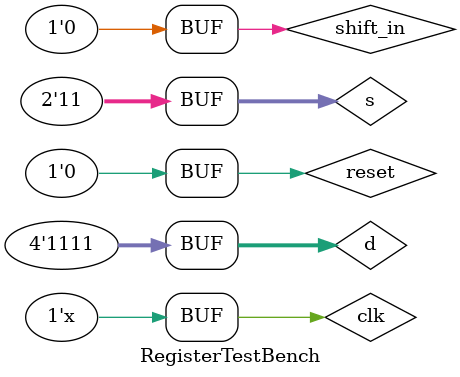
<source format=sv>
`timescale 1ns / 1ps
module RegisterTestBench();
    logic clk, reset, shift_in;
    logic [3:0] d; 
    logic [1:0] s;
    logic [3:0] q;
MRegister dut(clk,reset,shift_in,d,s,q);

initial begin
        clk = 0;
        d=4'b0111;
        shift_in = 0;
        reset = 1;
        s=2'b00;
        
        #5 reset = 0;
           
        s = 2'b01;
        d = 1111; #100; 
        
        s = 2'b10;
        d = 1001; #100;
        d = 0011; #100;
        d = 1100; #100;
        
        s = 2'b01;
        d = 1111; #100;
        
        s = 2'b11;
        d = 1001; #100;
        d = 0011; #100;
        d = 1100; #100;
        
        for(int j=0; j<16; j++)begin
                d = j;
                #100;
        end
        s=2'b01;
        
        for(int k=0; k<16; k++)begin
                d = k;
                #100;
            end
       s=2'b10;
       for(int l=0; l<16; l++)begin
                d = l;
                #100;
            end
       s=2'b11;
       for(int m=0; m<16; m++)begin
                d = m;
                #100;
            end
             
    end
    always #5 clk = ~clk;
endmodule
/*

        s = 2'b00;
        d = 4'b0001; #100;
        d = 4'b0101; #100;
        
        s = 2'b01;
        d = 4'b1010; #100;
        d = 4'b0001; #100;
        
        s = 2'b10;
        d = 4'b1111; #100;
        d = 4'b0000; #100; 
        
        s = 2'b11;
        d = 4'b1010; #100;
        d = 4'b0000; #100;
*/
</source>
